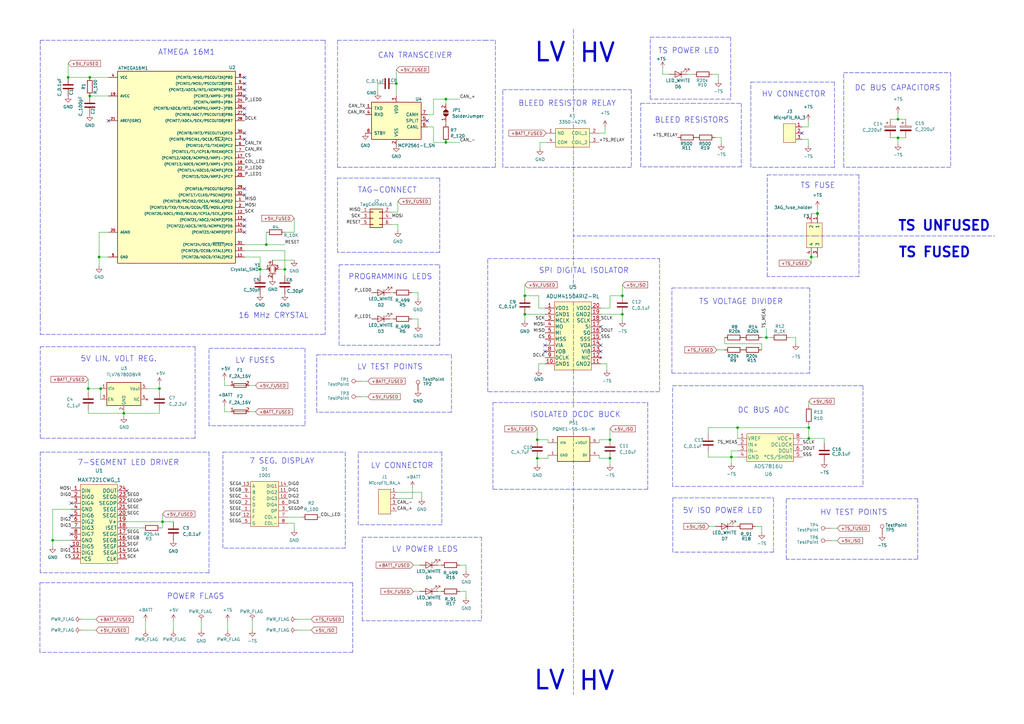
<source format=kicad_sch>
(kicad_sch (version 20211123) (generator eeschema)
  (paper "A3")
  (junction (at 331.724 175.387))
  (junction (at 368.3 48.895))
  (junction (at 40.64 105.41))
  (junction (at 368.3 56.515))
  (junction (at 182.88 58.42))
  (junction (at 255.27 121.285))
  (junction (at 50.8 169.545))
  (junction (at 182.88 40.64))
  (junction (at 335.28 87.63))
  (junction (at 36.195 159.385))
  (junction (at 27.94 31.75))
  (junction (at 255.27 128.905))
  (junction (at 215.265 128.905))
  (junction (at 215.265 121.285))
  (junction (at 162.56 34.29))
  (junction (at 250.19 187.96))
  (junction (at 36.83 39.37))
  (junction (at 66.675 213.995))
  (junction (at 21.59 221.615))
  (junction (at 314.325 138.43))
  (junction (at 220.345 180.34))
  (junction (at 106.68 110.49))
  (junction (at 116.84 110.49))
  (junction (at 65.405 159.385))
  (junction (at 250.19 180.34))
  (junction (at 332.74 105.41))
  (junction (at 302.514 175.387))
  (junction (at 36.83 31.75))
  (junction (at 331.724 179.832))
  (junction (at 220.345 187.96))
  (junction (at 299.974 187.452))
  (junction (at 41.275 159.385))
  (junction (at 109.22 100.33))
  (junction (at 335.28 87.503))
  (no_connect (at 100.33 46.99))
  (no_connect (at 100.33 90.17))
  (no_connect (at 246.38 133.985))
  (no_connect (at 29.21 219.075))
  (no_connect (at 175.26 49.53))
  (no_connect (at 223.52 141.605))
  (no_connect (at 100.33 80.01))
  (no_connect (at 100.33 36.83))
  (no_connect (at 29.21 211.455))
  (no_connect (at 100.33 95.25))
  (no_connect (at 100.33 54.61))
  (no_connect (at 100.33 92.71))
  (no_connect (at 246.38 144.145))
  (no_connect (at 100.33 77.47))
  (no_connect (at 246.38 141.605))
  (no_connect (at 328.93 54.61))
  (no_connect (at 52.07 201.295))
  (no_connect (at 100.33 31.75))
  (no_connect (at 29.21 206.375))
  (no_connect (at 100.33 44.45))
  (no_connect (at 223.52 144.145))
  (no_connect (at 100.33 34.29))
  (no_connect (at 29.21 224.155))
  (no_connect (at 100.33 57.15))
  (no_connect (at 100.33 39.37))
  (no_connect (at 44.45 49.53))
  (wire (pts (xy 40.64 105.41) (xy 40.64 95.25)))
  (polyline (pts (xy 185.166 145.542) (xy 185.166 169.037)))
  (polyline (pts (xy 322.453 204.597) (xy 354.203 204.597)))
  (polyline (pts (xy 171.069 185.42) (xy 181.229 185.42)))
  (wire (pts (xy 116.84 95.25) (xy 120.65 95.25)))
  (polyline (pts (xy 317.246 204.216) (xy 317.246 226.441)))
  (wire (pts (xy 179.705 231.775) (xy 180.975 231.775)))
  (wire (pts (xy 224.79 181.61) (xy 224.79 180.34)))
  (wire (pts (xy 245.745 187.96) (xy 250.19 187.96)))
  (polyline (pts (xy 265.684 165.1) (xy 265.684 200.66)))
  (polyline (pts (xy 299.72 15.24) (xy 299.72 40.64)))
  (polyline (pts (xy 16.51 16.51) (xy 16.51 129.54)))
  (wire (pts (xy 250.19 187.96) (xy 250.19 190.5)))
  (wire (pts (xy 368.3 48.895) (xy 371.475 48.895)))
  (wire (pts (xy 250.19 175.895) (xy 250.19 180.34)))
  (polyline (pts (xy 16.383 239.014) (xy 88.138 239.014)))
  (wire (pts (xy 245.745 181.61) (xy 245.745 180.34)))
  (polyline (pts (xy 144.653 267.589) (xy 16.383 267.589)))
  (wire (pts (xy 281.94 30.48) (xy 284.48 30.48)))
  (wire (pts (xy 36.195 160.655) (xy 36.195 159.385)))
  (wire (pts (xy 220.98 149.225) (xy 223.52 149.225)))
  (wire (pts (xy 172.085 242.57) (xy 169.545 242.57)))
  (polyline (pts (xy 80.01 179.705) (xy 16.51 179.705)))
  (polyline (pts (xy 85.725 185.42) (xy 85.725 234.95)))
  (wire (pts (xy 299.974 184.912) (xy 299.974 187.452)))
  (polyline (pts (xy 353.949 158.242) (xy 353.949 199.517)))
  (polyline (pts (xy 327.025 33.655) (xy 342.265 33.655)))
  (polyline (pts (xy 283.718 42.418) (xy 304.038 42.418)))
  (polyline (pts (xy 124.46 137.16) (xy 132.08 137.16)))
  (polyline (pts (xy 237.49 106.045) (xy 270.51 106.045)))
  (polyline (pts (xy 352.298 113.411) (xy 314.706 113.411)))
  (polyline (pts (xy 85.725 234.95) (xy 16.51 234.95)))
  (wire (pts (xy 27.94 31.75) (xy 36.83 31.75)))
  (wire (pts (xy 365.125 56.515) (xy 368.3 56.515)))
  (wire (pts (xy 191.135 242.57) (xy 191.135 245.11)))
  (wire (pts (xy 248.92 149.225) (xy 248.92 151.765)))
  (wire (pts (xy 343.408 221.742) (xy 340.868 221.742)))
  (wire (pts (xy 335.28 87.503) (xy 335.28 87.63)))
  (wire (pts (xy 175.26 52.07) (xy 177.8 52.07)))
  (polyline (pts (xy 270.51 106.045) (xy 270.51 160.655)))
  (wire (pts (xy 177.8 58.42) (xy 182.88 58.42)))
  (wire (pts (xy 103.505 254.635) (xy 103.505 258.445)))
  (wire (pts (xy 220.98 121.285) (xy 220.98 126.365)))
  (wire (pts (xy 162.814 204.47) (xy 169.164 204.47)))
  (wire (pts (xy 329.184 179.832) (xy 331.724 179.832)))
  (polyline (pts (xy 324.739 158.242) (xy 353.949 158.242)))
  (wire (pts (xy 326.39 138.43) (xy 326.39 140.97)))
  (wire (pts (xy 309.88 215.9) (xy 312.42 215.9)))
  (wire (pts (xy 171.45 120.015) (xy 171.45 122.555)))
  (wire (pts (xy 154.94 34.29) (xy 154.94 38.1)))
  (wire (pts (xy 160.655 86.995) (xy 163.195 86.995)))
  (wire (pts (xy 182.88 57.15) (xy 182.88 58.42)))
  (polyline (pts (xy 180.34 103.505) (xy 138.43 103.505)))
  (wire (pts (xy 41.275 159.385) (xy 41.275 163.83)))
  (wire (pts (xy 250.19 121.285) (xy 250.19 126.365)))
  (wire (pts (xy 224.79 186.69) (xy 224.79 187.96)))
  (wire (pts (xy 60.325 159.385) (xy 65.405 159.385)))
  (polyline (pts (xy 88.138 239.014) (xy 144.653 239.014)))
  (polyline (pts (xy 16.51 137.16) (xy 124.46 137.16)))
  (polyline (pts (xy 206.248 68.58) (xy 206.248 36.83)))
  (polyline (pts (xy 235.204 11.938) (xy 235.204 40.64)))
  (wire (pts (xy 150.876 156.337) (xy 148.336 156.337)))
  (wire (pts (xy 255.27 128.905) (xy 255.27 131.445)))
  (wire (pts (xy 343.408 216.662) (xy 340.868 216.662)))
  (polyline (pts (xy 138.43 73.025) (xy 158.115 73.025)))
  (wire (pts (xy 21.59 224.155) (xy 21.59 221.615)))
  (wire (pts (xy 220.98 126.365) (xy 223.52 126.365)))
  (polyline (pts (xy 235.204 123.825) (xy 235.204 151.765)))
  (wire (pts (xy 297.18 140.97) (xy 297.18 138.43)))
  (wire (pts (xy 368.3 56.515) (xy 368.3 59.055)))
  (wire (pts (xy 335.28 87.63) (xy 332.74 87.63)))
  (wire (pts (xy 215.265 128.905) (xy 215.265 131.445)))
  (polyline (pts (xy 275.844 199.517) (xy 275.844 158.242)))
  (polyline (pts (xy 180.34 141.605) (xy 139.065 141.605)))
  (polyline (pts (xy 266.7 15.24) (xy 278.765 15.24)))
  (wire (pts (xy 290.449 187.452) (xy 299.974 187.452)))
  (wire (pts (xy 102.235 168.91) (xy 104.775 168.91)))
  (polyline (pts (xy 181.229 215.265) (xy 146.939 215.265)))
  (polyline (pts (xy 185.166 169.037) (xy 129.921 169.037)))
  (polyline (pts (xy 160.02 108.585) (xy 180.34 108.585)))
  (wire (pts (xy 162.56 39.37) (xy 162.56 34.29)))
  (polyline (pts (xy 346.075 68.58) (xy 346.075 29.845)))
  (wire (pts (xy 312.42 140.97) (xy 297.18 140.97)))
  (polyline (pts (xy 235.204 94.488) (xy 235.204 94.234)))
  (wire (pts (xy 59.69 258.445) (xy 59.69 254.635)))
  (wire (pts (xy 182.88 58.42) (xy 188.595 58.42)))
  (wire (pts (xy 302.514 187.452) (xy 299.974 187.452)))
  (wire (pts (xy 172.085 231.775) (xy 169.545 231.775)))
  (polyline (pts (xy 266.7 40.64) (xy 266.7 15.24)))
  (wire (pts (xy 92.075 168.91) (xy 94.615 168.91)))
  (polyline (pts (xy 85.725 174.625) (xy 85.725 142.875)))
  (wire (pts (xy 245.618 54.61) (xy 248.158 54.61)))
  (polyline (pts (xy 146.939 185.42) (xy 170.434 185.42)))
  (wire (pts (xy 116.84 110.49) (xy 116.84 102.87)))
  (wire (pts (xy 52.07 216.535) (xy 58.42 216.535)))
  (polyline (pts (xy 275.971 226.441) (xy 275.971 204.216)))
  (wire (pts (xy 27.94 26.035) (xy 27.94 31.75)))
  (wire (pts (xy 331.724 175.387) (xy 331.724 179.832)))
  (wire (pts (xy 172.974 204.47) (xy 172.974 201.93)))
  (polyline (pts (xy 138.43 16.51) (xy 199.39 16.51)))
  (polyline (pts (xy 275.59 118.11) (xy 317.5 118.11)))
  (wire (pts (xy 36.195 169.545) (xy 50.8 169.545)))
  (wire (pts (xy 335.28 85.09) (xy 335.28 87.503)))
  (wire (pts (xy 102.235 158.115) (xy 104.775 158.115)))
  (wire (pts (xy 271.78 27.94) (xy 271.78 30.48)))
  (wire (pts (xy 294.64 30.48) (xy 294.64 33.02)))
  (wire (pts (xy 36.195 159.385) (xy 41.275 159.385)))
  (polyline (pts (xy 124.46 16.51) (xy 132.08 16.51)))
  (polyline (pts (xy 198.755 16.51) (xy 203.2 16.51)))
  (polyline (pts (xy 235.204 112.395) (xy 235.204 117.475)))
  (polyline (pts (xy 206.248 36.83) (xy 234.823 36.83)))
  (polyline (pts (xy 332.105 153.035) (xy 275.59 153.035)))
  (wire (pts (xy 160.655 92.075) (xy 163.195 92.075)))
  (wire (pts (xy 160.02 130.81) (xy 161.29 130.81)))
  (wire (pts (xy 188.595 242.57) (xy 191.135 242.57)))
  (polyline (pts (xy 299.72 40.64) (xy 266.7 40.64)))
  (wire (pts (xy 179.705 242.57) (xy 180.975 242.57)))
  (polyline (pts (xy 235.204 55.626) (xy 235.204 57.404)))
  (wire (pts (xy 66.675 213.995) (xy 71.12 213.995)))
  (wire (pts (xy 290.449 177.927) (xy 290.449 175.387)))
  (wire (pts (xy 66.04 216.535) (xy 66.675 216.535)))
  (polyline (pts (xy 80.01 142.24) (xy 80.01 179.705)))
  (wire (pts (xy 162.56 28.575) (xy 162.56 34.29)))
  (polyline (pts (xy 104.775 142.875) (xy 125.095 142.875)))
  (wire (pts (xy 246.38 128.905) (xy 255.27 128.905)))
  (polyline (pts (xy 51.435 142.24) (xy 80.01 142.24)))
  (wire (pts (xy 169.164 204.47) (xy 169.164 200.025)))
  (wire (pts (xy 168.91 130.81) (xy 171.45 130.81)))
  (polyline (pts (xy 141.605 185.42) (xy 141.605 224.79)))
  (wire (pts (xy 182.88 50.165) (xy 182.88 50.8)))
  (polyline (pts (xy 332.105 118.11) (xy 332.105 153.035)))
  (polyline (pts (xy 16.51 179.705) (xy 16.51 142.24)))
  (wire (pts (xy 312.42 138.43) (xy 314.325 138.43)))
  (polyline (pts (xy 139.065 141.605) (xy 139.065 108.585)))
  (polyline (pts (xy 235.204 48.514) (xy 235.204 49.022)))
  (polyline (pts (xy 235.204 120.015) (xy 235.204 121.285)))
  (polyline (pts (xy 199.39 68.58) (xy 138.43 68.58)))
  (wire (pts (xy 65.405 169.545) (xy 50.8 169.545)))
  (wire (pts (xy 331.47 52.07) (xy 331.47 49.53)))
  (wire (pts (xy 221.488 60.96) (xy 221.488 58.42)))
  (polyline (pts (xy 132.08 137.16) (xy 133.35 137.16)))
  (polyline (pts (xy 352.298 71.755) (xy 352.298 113.411)))
  (polyline (pts (xy 164.211 145.542) (xy 185.166 145.542)))
  (polyline (pts (xy 91.44 185.42) (xy 111.76 185.42)))
  (wire (pts (xy 331.724 164.592) (xy 331.724 166.497)))
  (wire (pts (xy 295.783 56.388) (xy 295.783 58.928)))
  (wire (pts (xy 332.74 105.41) (xy 332.74 107.95)))
  (wire (pts (xy 255.27 121.285) (xy 250.19 121.285)))
  (polyline (pts (xy 141.605 224.79) (xy 91.44 224.79)))
  (wire (pts (xy 40.64 109.22) (xy 40.64 105.41)))
  (polyline (pts (xy 307.975 33.655) (xy 327.025 33.655)))
  (polyline (pts (xy 235.204 44.323) (xy 235.204 46.609)))
  (polyline (pts (xy 258.953 36.83) (xy 258.953 68.58)))
  (polyline (pts (xy 235.204 260.858) (xy 235.204 284.988)))
  (polyline (pts (xy 300.736 204.216) (xy 317.246 204.216)))
  (polyline (pts (xy 144.653 239.014) (xy 144.653 267.589)))
  (wire (pts (xy 224.79 180.34) (xy 220.345 180.34)))
  (polyline (pts (xy 16.383 267.589) (xy 16.383 239.014)))
  (polyline (pts (xy 197.485 220.345) (xy 197.485 254.635)))
  (polyline (pts (xy 148.59 254.635) (xy 148.59 220.345)))
  (wire (pts (xy 127.635 254) (xy 121.92 254)))
  (wire (pts (xy 120.65 89.535) (xy 120.65 95.25)))
  (wire (pts (xy 116.84 110.49) (xy 116.84 113.03)))
  (wire (pts (xy 292.1 30.48) (xy 294.64 30.48)))
  (wire (pts (xy 109.22 100.33) (xy 116.84 100.33)))
  (polyline (pts (xy 337.058 71.755) (xy 352.298 71.755)))
  (polyline (pts (xy 270.51 160.655) (xy 200.025 160.655)))
  (wire (pts (xy 100.33 100.33) (xy 109.22 100.33)))
  (polyline (pts (xy 146.939 215.265) (xy 146.939 185.42)))
  (polyline (pts (xy 235.204 177.038) (xy 235.204 208.788)))
  (wire (pts (xy 302.514 175.387) (xy 302.514 179.832)))
  (wire (pts (xy 312.42 143.51) (xy 312.42 140.97)))
  (wire (pts (xy 109.22 100.33) (xy 109.22 95.25)))
  (wire (pts (xy 52.07 213.995) (xy 66.675 213.995)))
  (polyline (pts (xy 132.08 16.51) (xy 133.35 16.51)))
  (wire (pts (xy 177.8 40.64) (xy 177.8 46.99)))
  (wire (pts (xy 40.64 95.25) (xy 44.45 95.25)))
  (wire (pts (xy 118.11 214.63) (xy 120.65 214.63)))
  (wire (pts (xy 331.724 174.117) (xy 331.724 175.387)))
  (wire (pts (xy 290.449 175.387) (xy 302.514 175.387)))
  (polyline (pts (xy 240.284 165.1) (xy 265.684 165.1)))
  (polyline (pts (xy 181.229 185.42) (xy 181.229 215.265)))
  (polyline (pts (xy 279.4 15.24) (xy 299.72 15.24)))
  (wire (pts (xy 92.075 155.575) (xy 92.075 158.115)))
  (polyline (pts (xy 353.949 199.517) (xy 275.844 199.517)))
  (wire (pts (xy 328.93 52.07) (xy 331.47 52.07)))
  (wire (pts (xy 36.195 169.545) (xy 36.195 168.275)))
  (polyline (pts (xy 275.971 204.216) (xy 300.736 204.216)))
  (polyline (pts (xy 16.51 234.95) (xy 16.51 185.42)))
  (wire (pts (xy 215.265 128.905) (xy 223.52 128.905)))
  (wire (pts (xy 127.635 258.445) (xy 121.92 258.445)))
  (wire (pts (xy 365.125 48.895) (xy 368.3 48.895)))
  (polyline (pts (xy 85.725 142.875) (xy 105.41 142.875)))
  (polyline (pts (xy 53.34 185.42) (xy 85.725 185.42)))
  (polyline (pts (xy 138.43 68.58) (xy 138.43 16.51)))
  (polyline (pts (xy 16.51 16.51) (xy 124.46 16.51)))
  (polyline (pts (xy 180.34 108.585) (xy 180.34 141.605)))
  (wire (pts (xy 94.615 158.115) (xy 92.075 158.115)))
  (wire (pts (xy 100.33 102.87) (xy 116.84 102.87)))
  (wire (pts (xy 191.135 231.775) (xy 191.135 234.315)))
  (wire (pts (xy 175.26 46.99) (xy 177.8 46.99)))
  (polyline (pts (xy 334.264 96.774) (xy 235.204 96.774)))
  (wire (pts (xy 171.45 130.81) (xy 171.45 133.35)))
  (wire (pts (xy 245.745 186.69) (xy 245.745 187.96)))
  (wire (pts (xy 100.33 105.41) (xy 106.68 105.41)))
  (wire (pts (xy 302.514 175.387) (xy 331.724 175.387)))
  (wire (pts (xy 368.3 46.355) (xy 368.3 48.895)))
  (polyline (pts (xy 235.204 51.054) (xy 235.204 53.594)))
  (wire (pts (xy 293.37 215.9) (xy 290.83 215.9)))
  (polyline (pts (xy 346.075 29.845) (xy 369.57 29.845)))
  (wire (pts (xy 21.59 208.915) (xy 21.59 221.615)))
  (wire (pts (xy 150.876 162.687) (xy 148.336 162.687)))
  (polyline (pts (xy 342.265 33.655) (xy 342.265 68.58)))
  (wire (pts (xy 331.47 57.15) (xy 331.47 59.69)))
  (polyline (pts (xy 314.706 113.411) (xy 314.706 71.755)))
  (polyline (pts (xy 133.35 16.51) (xy 133.35 24.13)))
  (wire (pts (xy 338.074 179.832) (xy 338.074 181.737)))
  (wire (pts (xy 255.27 116.84) (xy 255.27 121.285)))
  (wire (pts (xy 221.488 58.42) (xy 224.028 58.42)))
  (polyline (pts (xy 16.51 185.42) (xy 53.34 185.42)))
  (wire (pts (xy 40.64 105.41) (xy 44.45 105.41)))
  (polyline (pts (xy 203.2 68.58) (xy 198.755 68.58)))
  (wire (pts (xy 106.68 113.03) (xy 106.68 110.49)))
  (polyline (pts (xy 200.025 160.655) (xy 200.025 106.045)))
  (wire (pts (xy 118.11 212.09) (xy 123.825 212.09)))
  (wire (pts (xy 299.974 187.452) (xy 299.974 189.992)))
  (polyline (pts (xy 376.428 229.362) (xy 322.453 229.362)))
  (wire (pts (xy 36.83 39.37) (xy 44.45 39.37)))
  (wire (pts (xy 335.28 105.41) (xy 332.74 105.41)))
  (wire (pts (xy 188.595 231.775) (xy 191.135 231.775)))
  (wire (pts (xy 36.83 31.75) (xy 44.45 31.75)))
  (wire (pts (xy 65.405 159.385) (xy 65.405 160.655)))
  (polyline (pts (xy 235.204 66.04) (xy 235.204 108.966)))
  (wire (pts (xy 312.42 215.9) (xy 312.42 218.44)))
  (polyline (pts (xy 235.204 171.45) (xy 235.204 172.72)))
  (polyline (pts (xy 139.065 108.585) (xy 160.655 108.585)))
  (wire (pts (xy 172.974 201.93) (xy 162.814 201.93)))
  (wire (pts (xy 93.345 258.445) (xy 93.345 254.635)))
  (wire (pts (xy 36.195 155.575) (xy 36.195 159.385)))
  (polyline (pts (xy 91.44 224.79) (xy 91.44 185.42)))
  (polyline (pts (xy 304.038 42.418) (xy 304.038 68.453)))
  (polyline (pts (xy 234.823 36.83) (xy 258.953 36.83)))
  (polyline (pts (xy 180.34 73.025) (xy 180.34 103.505)))
  (polyline (pts (xy 258.953 68.58) (xy 206.248 68.58)))
  (wire (pts (xy 66.675 210.82) (xy 66.675 213.995)))
  (polyline (pts (xy 235.204 59.436) (xy 235.204 66.04)))
  (wire (pts (xy 82.55 254.635) (xy 82.55 258.445)))
  (wire (pts (xy 182.88 40.64) (xy 188.595 40.64)))
  (wire (pts (xy 215.265 121.285) (xy 220.98 121.285)))
  (polyline (pts (xy 314.706 71.755) (xy 337.058 71.755)))
  (polyline (pts (xy 125.095 174.625) (xy 85.725 174.625)))
  (wire (pts (xy 220.98 151.765) (xy 220.98 149.225)))
  (wire (pts (xy 215.265 116.84) (xy 215.265 121.285)))
  (polyline (pts (xy 275.59 153.035) (xy 275.59 118.11)))
  (wire (pts (xy 71.12 258.445) (xy 71.12 254.635)))
  (wire (pts (xy 177.8 40.64) (xy 182.88 40.64)))
  (polyline (pts (xy 202.184 165.1) (xy 240.284 165.1)))
  (polyline (pts (xy 307.975 68.58) (xy 307.975 33.655)))
  (polyline (pts (xy 265.684 200.66) (xy 202.184 200.66)))
  (wire (pts (xy 50.8 168.91) (xy 50.8 169.545)))
  (polyline (pts (xy 235.204 225.806) (xy 235.204 260.858)))
  (wire (pts (xy 114.3 110.49) (xy 116.84 110.49)))
  (polyline (pts (xy 129.921 169.037) (xy 129.921 145.542)))
  (polyline (pts (xy 389.89 68.58) (xy 346.075 68.58)))
  (wire (pts (xy 163.195 82.55) (xy 163.195 86.995)))
  (polyline (pts (xy 148.59 220.345) (xy 171.45 220.345)))
  (wire (pts (xy 314.325 138.43) (xy 314.325 134.62)))
  (polyline (pts (xy 235.204 43.561) (xy 235.204 44.831)))
  (wire (pts (xy 331.724 179.832) (xy 338.074 179.832)))
  (wire (pts (xy 160.02 120.015) (xy 161.29 120.015)))
  (polyline (pts (xy 262.763 68.453) (xy 262.763 42.418)))
  (wire (pts (xy 111.76 106.68) (xy 120.65 106.68)))
  (polyline (pts (xy 171.45 220.345) (xy 197.485 220.345)))
  (wire (pts (xy 368.3 56.515) (xy 371.475 56.515)))
  (polyline (pts (xy 368.935 29.845) (xy 389.89 29.845)))
  (wire (pts (xy 120.65 214.63) (xy 120.65 217.17)))
  (polyline (pts (xy 262.763 42.418) (xy 283.718 42.418)))
  (polyline (pts (xy 138.43 103.505) (xy 138.43 73.025)))
  (wire (pts (xy 290.449 185.547) (xy 290.449 187.452)))
  (polyline (pts (xy 389.89 29.845) (xy 389.89 68.58)))
  (wire (pts (xy 300.99 215.9) (xy 302.26 215.9)))
  (polyline (pts (xy 322.453 229.362) (xy 322.453 204.597)))
  (wire (pts (xy 182.88 40.64) (xy 182.88 42.545)))
  (wire (pts (xy 271.78 30.48) (xy 274.32 30.48)))
  (wire (pts (xy 293.243 56.388) (xy 295.783 56.388)))
  (wire (pts (xy 21.59 221.615) (xy 29.21 221.615)))
  (wire (pts (xy 66.675 216.535) (xy 66.675 213.995)))
  (polyline (pts (xy 334.264 96.774) (xy 407.924 96.774)))
  (polyline (pts (xy 376.428 204.597) (xy 376.428 229.362)))
  (polyline (pts (xy 200.025 106.045) (xy 237.49 106.045)))
  (polyline (pts (xy 235.204 151.765) (xy 235.204 167.64)))
  (polyline (pts (xy 275.844 158.242) (xy 324.739 158.242)))
  (wire (pts (xy 323.85 138.43) (xy 326.39 138.43)))
  (wire (pts (xy 39.37 254) (xy 33.655 254)))
  (polyline (pts (xy 202.184 200.66) (xy 202.184 165.1)))
  (wire (pts (xy 39.37 258.445) (xy 33.655 258.445)))
  (polyline (pts (xy 129.921 145.542) (xy 164.211 145.542)))
  (wire (pts (xy 328.93 57.15) (xy 331.47 57.15)))
  (polyline (pts (xy 304.038 68.453) (xy 262.763 68.453)))
  (wire (pts (xy 248.158 52.07) (xy 248.158 54.61)))
  (wire (pts (xy 92.075 166.37) (xy 92.075 168.91)))
  (wire (pts (xy 246.38 149.225) (xy 248.92 149.225)))
  (wire (pts (xy 106.68 110.49) (xy 106.68 105.41)))
  (polyline (pts (xy 16.51 129.54) (xy 16.51 137.16)))
  (wire (pts (xy 168.91 120.015) (xy 171.45 120.015)))
  (wire (pts (xy 245.745 180.34) (xy 250.19 180.34)))
  (wire (pts (xy 65.405 168.275) (xy 65.405 169.545)))
  (wire (pts (xy 106.68 110.49) (xy 109.22 110.49)))
  (wire (pts (xy 177.8 52.07) (xy 177.8 58.42)))
  (wire (pts (xy 50.8 169.545) (xy 50.8 170.815)))
  (wire (pts (xy 220.345 175.895) (xy 220.345 180.34)))
  (polyline (pts (xy 158.115 73.025) (xy 180.34 73.025)))
  (polyline (pts (xy 16.51 142.24) (xy 51.435 142.24)))
  (polyline (pts (xy 203.2 16.51) (xy 203.2 68.58)))
  (wire (pts (xy 246.38 126.365) (xy 250.19 126.365)))
  (wire (pts (xy 29.21 208.915) (xy 21.59 208.915)))
  (polyline (pts (xy 111.76 185.42) (xy 141.605 185.42)))
  (wire (pts (xy 163.195 92.075) (xy 163.195 94.615)))
  (wire (pts (xy 220.345 187.96) (xy 220.345 190.5)))
  (polyline (pts (xy 354.203 204.597) (xy 376.428 204.597)))
  (polyline (pts (xy 133.35 24.13) (xy 133.35 137.16)))
  (polyline (pts (xy 316.865 118.11) (xy 332.105 118.11)))
  (wire (pts (xy 314.325 138.43) (xy 316.23 138.43)))
  (wire (pts (xy 224.79 187.96) (xy 220.345 187.96)))
  (polyline (pts (xy 342.265 68.58) (xy 307.975 68.58)))
  (polyline (pts (xy 317.246 226.441) (xy 275.971 226.441)))
  (polyline (pts (xy 125.095 142.875) (xy 125.095 174.625)))
  (polyline (pts (xy 235.204 208.026) (xy 235.204 225.806)))
  (wire (pts (xy 65.405 157.48) (xy 65.405 159.385)))
  (polyline (pts (xy 197.485 254.635) (xy 148.59 254.635)))
  (wire (pts (xy 294.005 143.51) (xy 297.18 143.51)))
  (wire (pts (xy 302.514 184.912) (xy 299.974 184.912)))
  (text "PROGRAMMING LEDS" (at 142.875 114.935 0) (effects (font (size 2.2606 2.2606)) (justify left bottom)))
  (text "POWER FLAGS" (at 68.453 245.999 0) (effects (font (size 2.2606 2.2606)) (justify left bottom)))
  (text "HV" (at 237.236 26.162 0) (effects (font (size 7.5 7.5) (thickness 1) bold) (justify left bottom)))
  (text "LV CONNECTOR" (at 152.019 192.405 0) (effects (font (size 2.2606 2.2606)) (justify left bottom)))
  (text "LV" (at 218.694 25.908 0) (effects (font (size 7.5 7.5) (thickness 1) bold) (justify left bottom)))
  (text "SPI DIGITAL ISOLATOR" (at 220.98 112.395 0) (effects (font (size 2.2606 2.2606)) (justify left bottom)))
  (text "TAG-CONNECT" (at 146.685 79.375 0) (effects (font (size 2.2606 2.2606)) (justify left bottom)))
  (text "BLEED RESISTORS" (at 268.478 50.673 0) (effects (font (size 2.2606 2.2606)) (justify left bottom)))
  (text "HV TEST POINTS" (at 336.423 211.582 0) (effects (font (size 2.2606 2.2606)) (justify left bottom)))
  (text "LV POWER LEDS" (at 160.655 226.695 0) (effects (font (size 2.2606 2.2606)) (justify left bottom)))
  (text "HV" (at 236.982 283.718 0) (effects (font (size 7.5 7.5) (thickness 1) bold) (justify left bottom)))
  (text "7 SEG. DISPLAY" (at 102.235 190.5 0) (effects (font (size 2.2606 2.2606)) (justify left bottom)))
  (text "TS UNFUSED" (at 368.046 94.996 0) (effects (font (size 4 4) (thickness 0.8) bold) (justify left bottom)))
  (text "5V ISO POWER LED" (at 280.035 210.82 0) (effects (font (size 2.2606 2.2606)) (justify left bottom)))
  (text "TS VOLTAGE DIVIDER" (at 286.639 125.095 0) (effects (font (size 2.2606 2.2606)) (justify left bottom)))
  (text "TS FUSED" (at 368.3 105.918 0) (effects (font (size 4 4) (thickness 0.8) bold) (justify left bottom)))
  (text "BLEED RESISTOR RELAY" (at 212.598 43.815 0) (effects (font (size 2.2606 2.2606)) (justify left bottom)))
  (text "16 MHz CRYSTAL\n" (at 97.79 130.81 0) (effects (font (size 2.2606 2.2606)) (justify left bottom)))
  (text "ATMEGA 16M1\n" (at 64.77 22.86 0) (effects (font (size 2.2606 2.2606)) (justify left bottom)))
  (text "5V LIN. VOLT REG." (at 33.02 148.59 0) (effects (font (size 2.2606 2.2606)) (justify left bottom)))
  (text "CAN TRANSCEIVER\n" (at 154.94 24.13 0) (effects (font (size 2.2606 2.2606)) (justify left bottom)))
  (text "TS POWER LED" (at 269.875 22.225 0) (effects (font (size 2.2606 2.2606)) (justify left bottom)))
  (text "ISOLATED DCDC BUCK" (at 217.424 171.45 0) (effects (font (size 2.2606 2.2606)) (justify left bottom)))
  (text "LV TEST POINTS" (at 146.431 151.892 0) (effects (font (size 2.2606 2.2606)) (justify left bottom)))
  (text "DC BUS CAPACITORS" (at 350.52 37.465 0) (effects (font (size 2.2606 2.2606)) (justify left bottom)))
  (text "TS FUSE\n" (at 328.295 77.47 0) (effects (font (size 2.2606 2.2606)) (justify left bottom)))
  (text "DC BUS ADC" (at 302.514 169.672 0) (effects (font (size 2.2606 2.2606)) (justify left bottom)))
  (text "7-SEGMENT LED DRIVER" (at 31.75 191.135 0) (effects (font (size 2.2606 2.2606)) (justify left bottom)))
  (text "LV FUSES" (at 96.52 149.225 0) (effects (font (size 2.2606 2.2606)) (justify left bottom)))
  (text "HV CONNECTOR" (at 312.42 40.005 0) (effects (font (size 2.2606 2.2606)) (justify left bottom)))
  (text "LV" (at 218.44 283.464 0) (effects (font (size 7.5 7.5) (thickness 1) bold) (justify left bottom)))
  (label "DIG1" (at 29.21 226.695 180))
  (label "CAN_+" (at 188.595 40.64 0))
  (label "SCK" (at 52.07 229.235 0))
  (label "P_LED0" (at 100.33 41.91 0))
  (label "SCK" (at 100.33 87.63 0))
  (label "SEGDP" (at 118.11 209.55 0))
  (label "DIG1" (at 118.11 201.93 0))
  (label "P_LED0" (at 100.33 69.85 0))
  (label "SCLK" (at 329.184 182.372 0))
  (label "MOSI" (at 223.52 133.985 180))
  (label "DCLK" (at 100.33 49.53 0))
  (label "+TS_RELAY" (at 278.003 56.388 180))
  (label "SEGA" (at 99.06 199.39 180))
  (label "SEGA" (at 52.07 226.695 0))
  (label "CS" (at 29.21 229.235 180))
  (label "SEGE" (at 99.06 209.55 180))
  (label "SSS" (at 329.184 187.452 0))
  (label "COL_LED" (at 100.33 67.31 0))
  (label "DOUT" (at 246.38 136.525 0))
  (label "MOSI" (at 100.33 85.09 0))
  (label "SEGC" (at 52.07 211.455 0))
  (label "SEGB" (at 52.07 221.615 0))
  (label "CAN_-" (at 162.814 207.01 0))
  (label "P_LED1" (at 152.4 130.81 180))
  (label "SEGG" (at 99.06 214.63 180))
  (label "SEGF" (at 99.06 212.09 180))
  (label "DIG0" (at 29.21 203.835 180))
  (label "SEGG" (at 52.07 219.075 0))
  (label "MOSI" (at 29.21 201.295 180))
  (label "CS" (at 223.52 139.065 180))
  (label "P_LED0" (at 152.4 120.015 180))
  (label "CAN_TX" (at 149.86 44.45 180))
  (label "RESET" (at 147.955 92.075 180))
  (label "P_LED1" (at 100.33 72.39 0))
  (label "SEGC" (at 99.06 204.47 180))
  (label "CAN_+" (at 162.814 209.55 0))
  (label "CAN_TX" (at 100.33 59.69 0))
  (label "CAN_RX" (at 149.86 46.99 180))
  (label "DIG3" (at 29.21 216.535 180))
  (label "SCLK" (at 246.38 131.445 0))
  (label "CAN_-" (at 188.595 58.42 0))
  (label "SEGD" (at 52.07 203.835 0))
  (label "DCLK" (at 223.52 146.685 180))
  (label "MOSI" (at 160.655 89.535 0))
  (label "MISO" (at 223.52 136.525 180))
  (label "MISO" (at 147.955 86.995 180))
  (label "TS_MEAS" (at 302.514 182.372 180))
  (label "SEGD" (at 99.06 207.01 180))
  (label "CS" (at 100.33 64.77 0))
  (label "COL_LED" (at 131.445 212.09 0))
  (label "DOUT" (at 329.184 184.912 0))
  (label "CAN_RX" (at 100.33 62.23 0))
  (label "SEGE" (at 52.07 208.915 0))
  (label "DIG3" (at 118.11 207.01 0))
  (label "MISO" (at 100.33 82.55 0))
  (label "SEGDP" (at 52.07 206.375 0))
  (label "DIG0" (at 118.11 199.39 0))
  (label "SSS" (at 246.38 139.065 0))
  (label "TS_MEAS" (at 314.325 134.62 90))
  (label "+TS_RELAY" (at 245.618 58.42 0))
  (label "SEGB" (at 99.06 201.93 180))
  (label "RESET" (at 116.84 100.33 0))
  (label "SEGF" (at 52.07 224.155 0))
  (label "DIG2" (at 29.21 213.995 180))
  (label "SCK" (at 147.955 89.535 180))
  (label "SCK" (at 223.52 131.445 180))
  (label "DIG2" (at 118.11 204.47 0))
  (global_label "+BATT_FUSED" (shape input) (at 169.545 231.775 180) (property "Intersheet References" "${INTERSHEET_REFS}" (effects hide)))
  (global_label "+BATT_FUSED" (shape input) (at 150.876 156.337 0) (property "Intersheet References" "${INTERSHEET_REFS}" (effects hide)))
  (global_label "+TS_FUSED" (shape input) (at 127.635 254 0) (property "Intersheet References" "${INTERSHEET_REFS}" (effects hide)))
  (global_label "+5V_FUSED" (shape input) (at 39.37 258.445 0) (property "Intersheet References" "${INTERSHEET_REFS}" (effects hide)))
  (global_label "+BATT_FUSED" (shape input) (at 224.028 54.61 180) (property "Intersheet References" "${INTERSHEET_REFS}" (effects hide)))
  (global_label "+5V_FUSED" (shape input) (at 66.675 210.82 0) (property "Intersheet References" "${INTERSHEET_REFS}" (effects hide)))
  (global_label "+5V_ISO" (shape input) (at 255.27 116.84 0) (property "Intersheet References" "${INTERSHEET_REFS}" (effects hide)))
  (global_label "+5V_FUSED" (shape input) (at 27.94 26.035 0) (property "Intersheet References" "${INTERSHEET_REFS}" (effects hide)))
  (global_label "+5V_FUSED" (shape input) (at 169.545 242.57 180) (property "Intersheet References" "${INTERSHEET_REFS}" (effects hide)))
  (global_label "+5V_ISO" (shape input) (at 290.83 215.9 180) (property "Intersheet References" "${INTERSHEET_REFS}" (effects hide)))
  (global_label "+5V_FUSED" (shape input) (at 150.876 162.687 0) (property "Intersheet References" "${INTERSHEET_REFS}" (effects hide)))
  (global_label "+5V_FUSED" (shape input) (at 162.56 28.575 0) (property "Intersheet References" "${INTERSHEET_REFS}" (effects hide)))
  (global_label "+5V_FUSED" (shape input) (at 104.775 158.115 0) (property "Intersheet References" "${INTERSHEET_REFS}" (effects hide)))
  (global_label "+BATT_FUSED" (shape input) (at 104.775 168.91 0) (property "Intersheet References" "${INTERSHEET_REFS}" (effects hide)))
  (global_label "+BATT_FUSED" (shape input) (at 36.195 155.575 180) (property "Intersheet References" "${INTERSHEET_REFS}" (effects hide)))
  (global_label "+TS_FUSED" (shape input) (at 332.74 107.95 180) (property "Intersheet References" "${INTERSHEET_REFS}" (effects hide)))
  (global_label "+5V_ISO" (shape input) (at 250.19 175.895 0) (property "Intersheet References" "${INTERSHEET_REFS}" (effects hide)))
  (global_label "+TS_FUSED" (shape input) (at 294.005 143.51 180) (property "Intersheet References" "${INTERSHEET_REFS}" (effects hide)))
  (global_label "+TS_FUSED" (shape input) (at 343.408 216.662 0) (property "Intersheet References" "${INTERSHEET_REFS}" (effects hide)))
  (global_label "+5V_FUSED" (shape input) (at 215.265 116.84 0) (property "Intersheet References" "${INTERSHEET_REFS}" (effects hide)))
  (global_label "+5V_ISO" (shape input) (at 343.408 221.742 0) (property "Intersheet References" "${INTERSHEET_REFS}" (effects hide)))
  (global_label "+5V_ISO" (shape input) (at 331.724 164.592 0) (property "Intersheet References" "${INTERSHEET_REFS}" (effects hide)))
  (global_label "+5V_FUSED" (shape input) (at 220.345 175.895 180) (property "Intersheet References" "${INTERSHEET_REFS}" (effects hide)))
  (global_label "+5V_FUSED" (shape input) (at 120.65 89.535 180) (property "Intersheet References" "${INTERSHEET_REFS}" (effects hide)))
  (global_label "+BATT_FUSED" (shape input) (at 39.37 254 0) (property "Intersheet References" "${INTERSHEET_REFS}" (effects hide)))
  (global_label "+5V_ISO" (shape input) (at 127.635 258.445 0) (property "Intersheet References" "${INTERSHEET_REFS}" (effects hide)))
  (global_label "+5V_FUSED" (shape input) (at 163.195 82.55 0) (property "Intersheet References" "${INTERSHEET_REFS}" (effects hide)))
  (symbol (lib_id "power:PWR_FLAG") (at 121.92 254 90) (unit 1)
    (property "Reference" "#FLG?" (effects hide))
    (property "Value" "PWR_FLAG" (at 118.745 253.9999 90) (effects (justify left)))
  )
  (symbol (lib_id "Connector:TestPoint") (at 340.868 221.742 90) (unit 1)
    (property "Reference" "TP6" (at 335.788 220.472 90) (effects (justify left)))
    (property "Value" "TestPoint" (at 335.788 222.377 90) (effects (justify left)))
    (property "Footprint" "footprints:TestPoint_Pad_D1mm" (effects hide))
  )
  (symbol (lib_id "Device:R") (at 62.23 216.535 270) (unit 1)
    (property "Reference" "R3" (at 60.96 220.98 90))
    (property "Value" "R25.4k" (at 62.23 219.075 90))
    (property "Footprint" "footprints:R_0603_1608Metric" (effects hide))
  )
  (symbol (lib_id "formula:R_200") (at 165.1 130.81 270) (unit 1)
    (property "Reference" "R6" (at 165.1 135.89 90))
    (property "Value" "R_499" (at 165.1 133.985 90))
    (property "Footprint" "footprints:R_0805_OEM" (effects hide))
    (property "Datasheet" "https://www.seielect.com/Catalog/SEI-RMCF_RMCP.pdf" (effects hide))
    (property "MFN" "DK" (effects hide))
    (property "MPN" "RMCF0805JT200RCT-ND" (effects hide))
    (property "PurchasingLink" "https://www.digikey.com/products/en?keywords=RMCF0805JT200RCT-ND" (effects hide))
  )
  (symbol (lib_id "formula:C_0.1uF") (at 215.265 125.095 0) (unit 1)
    (property "Reference" "C9" (at 208.915 123.825 0) (effects (justify left)))
    (property "Value" "C_0.1uF" (at 204.47 125.73 0) (effects (justify left)))
    (property "Footprint" "footprints:C_0805_OEM" (effects hide))
    (property "Datasheet" "http://datasheets.avx.com/X7RDielectric.pdf" (effects hide))
    (property "MFN" "DK" (effects hide))
    (property "MPN" "478-3352-1-ND" (effects hide))
    (property "PurchasingLink" "https://www.digikey.com/products/en?keywords=478-3352-1-ND" (effects hide))
  )
  (symbol (lib_id "formula:-TS") (at 295.783 58.928 0) (unit 1)
    (property "Reference" "#PWR?" (effects hide))
    (property "Value" "-TS" (at 295.783 63.373 0))
  )
  (symbol (lib_id "power:PWR_FLAG") (at 33.655 258.445 90) (unit 1)
    (property "Reference" "#FLG?" (effects hide))
    (property "Value" "PWR_FLAG" (at 30.48 258.4449 90) (effects (justify left)))
  )
  (symbol (lib_id "formula:C_1uF") (at 36.195 165.735 0) (unit 1)
    (property "Reference" "C4" (at 27.305 163.83 0) (effects (justify left)))
    (property "Value" "C_1uF" (at 27.305 166.37 0) (effects (justify left)))
    (property "Footprint" "footprints:C_0805_OEM" (effects hide))
    (property "Datasheet" "https://media.digikey.com/pdf/Data%20Sheets/Samsung%20PDFs/CL21B105KBFNNNG_Spec.pdf" (effects hide))
    (property "PurchasingLink" "https://www.digikey.com/en/products/detail/samsung-electro-mechanics/CL21B105KBFNNNG/3894467" (effects hide))
    (property "MFN" "DK" (effects hide))
    (property "MPN" "1276-6470-1-ND" (effects hide))
  )
  (symbol (lib_id "formula:R_100") (at 127.635 212.09 90) (unit 1)
    (property "Reference" "R2" (at 127.635 206.375 90))
    (property "Value" "R_100" (at 127.635 208.915 90))
    (property "Footprint" "footprints:R_0805_OEM" (effects hide))
    (property "Datasheet" "https://www.seielect.com/Catalog/SEI-rncp.pdf" (effects hide))
    (property "MFN" "DK" (effects hide))
    (property "MPN" "RNCP0805FTD100RCT-ND" (effects hide))
    (property "PurchasingLink" "https://www.digikey.com/products/en?keywords=RNCP0805FTD100RCT-ND" (effects hide))
  )
  (symbol (lib_id "power:GND") (at 82.55 258.445 0) (unit 1)
    (property "Reference" "#PWR?" (effects hide))
    (property "Value" "GND" (at 82.55 262.89 0))
  )
  (symbol (lib_id "power:GND") (at 154.94 38.1 0) (unit 1)
    (property "Reference" "#PWR?" (effects hide))
    (property "Value" "GND" (at 152.4 38.1 0))
  )
  (symbol (lib_id "formula:R_10K") (at 113.03 95.25 270) (unit 1)
    (property "Reference" "R4" (at 113.03 93.218 90))
    (property "Value" "R_10K" (at 119.38 96.52 90))
    (property "Footprint" "footprints:R_0805_OEM" (effects hide))
    (property "Datasheet" "http://www.bourns.com/data/global/pdfs/CRS.pdf" (effects hide))
    (property "MFN" "DK" (effects hide))
    (property "MPN" "CRS0805-FX-1002ELFCT-ND" (effects hide))
    (property "PurchasingLink" "https://www.digikey.com/products/en?keywords=CRS0805-FX-1002ELFCT-ND" (effects hide))
  )
  (symbol (lib_id "Device:R") (at 281.813 56.388 270) (unit 1)
    (property "Reference" "R11" (at 281.559 60.706 90))
    (property "Value" "R500" (at 281.559 58.928 90))
    (property "Footprint" "footprints:R_2512_OEM" (effects hide))
    (property "MPN" "AP101_500R_F" (effects hide))
    (property "PurchasingLink" "https://www.digikey.com/en/products/detail/ohmite/AP101-500R-F/13909874" (effects hide))
  )
  (symbol (lib_id "power:GND") (at 171.45 160.02 0) (unit 1)
    (property "Reference" "#PWR?" (effects hide))
    (property "Value" "GND" (at 171.45 164.465 0))
  )
  (symbol (lib_id "power:GND") (at 149.86 54.61 0) (unit 1)
    (property "Reference" "#PWR?" (effects hide))
    (property "Value" "GND" (at 149.86 59.69 0))
  )
  (symbol (lib_id "formula:LED_0805") (at 175.895 231.775 180) (unit 1)
    (property "Reference" "D4" (at 175.895 236.855 0))
    (property "Value" "LED_WHITE" (at 175.895 234.315 0))
    (property "Footprint" "footprints:LED_0805_OEM" (effects hide))
    (property "Datasheet" "http://www.osram-os.com/Graphics/XPic9/00078860_0.pdf" (effects hide))
    (property "MFN" "DK" (effects hide))
    (property "MPN" "475-1410-1-ND" (effects hide))
    (property "PurchasingLink" "https://www.digikey.com/products/en?keywords=475-1410-1-ND" (effects hide))
  )
  (symbol (lib_id "power:+BATT") (at 92.075 166.37 0) (unit 1)
    (property "Reference" "#PWR?" (effects hide))
    (property "Value" "+BATT" (at 92.456 161.9758 0))
  )
  (symbol (lib_id "Device:R") (at 308.61 138.43 90) (unit 1)
    (property "Reference" "R14" (at 308.864 134.112 90))
    (property "Value" "R20k" (at 308.864 135.89 90))
    (property "Footprint" "footprints:R_0805_OEM" (effects hide))
    (property "MPN" "RA73F2A20KBTD" (effects hide))
    (property "PurchasingLink" "https://www.digikey.com/en/products/detail/te-connectivity-passive-product/RA73F2A20KBTD/16031211" (effects hide))
  )
  (symbol (lib_id "formula:-TS") (at 312.42 218.44 0) (unit 1)
    (property "Reference" "#PWR?" (effects hide))
    (property "Value" "-TS" (at 312.42 222.885 0))
  )
  (symbol (lib_id "formula:TagConnect_6") (at 153.035 89.535 0) (unit 1)
    (property "Reference" "J2" (at 154.305 82.55 0))
    (property "Value" "TagConnect_6" (at 154.305 83.82 0))
    (property "Footprint" "footprints:TC2030-IDC-NL" (effects hide))
    (property "Datasheet" "https://www.tag-connect.com/wp-content/uploads/bsk-pdf-manager/2019/12/TC2030-IDC-NL-Datasheet-Rev-B.pdf" (effects hide))
    (property "MPN" "TC2030-IDC" (effects hide))
    (property "PurchasingLink" "N/A" (effects hide))
  )
  (symbol (lib_id "formula:-TS") (at 248.92 151.765 0) (unit 1)
    (property "Reference" "#PWR?" (effects hide))
    (property "Value" "-TS" (at 248.92 156.21 0))
  )
  (symbol (lib_id "formula:LED_0805") (at 156.21 120.015 180) (unit 1)
    (property "Reference" "D2" (at 156.21 125.095 0))
    (property "Value" "LED_WHITE" (at 156.21 122.555 0))
    (property "Footprint" "footprints:LED_0805_OEM" (effects hide))
    (property "Datasheet" "http://www.osram-os.com/Graphics/XPic9/00078860_0.pdf" (effects hide))
    (property "MFN" "DK" (effects hide))
    (property "MPN" "475-1410-1-ND" (effects hide))
    (property "PurchasingLink" "https://www.digikey.com/products/en?keywords=475-1410-1-ND" (effects hide))
  )
  (symbol (lib_id "formula:C_30pF") (at 116.84 116.84 0) (unit 1)
    (property "Reference" "C6" (at 117.348 114.808 0) (effects (justify left)))
    (property "Value" "C_30pF" (at 117.602 119.38 0) (effects (justify left)))
    (property "Footprint" "footprints:C_0805_OEM" (effects hide))
    (property "Datasheet" "https://media.digikey.com/pdf/Data%20Sheets/Samsung%20PDFs/CL_Series_MLCC_ds.pdf" (effects hide))
    (property "MFN" "DK" (effects hide))
    (property "MPN" "1276-1130-1-ND" (effects hide))
    (property "PurchasingLink" "https://www.digikey.com/product-detail/en/samsung-electro-mechanics-america-inc/CL21C300JBANNNC/1276-1130-1-ND/3889216" (effects hide))
  )
  (symbol (lib_id "formula:R_1K") (at 320.04 138.43 90) (unit 1)
    (property "Reference" "R12" (at 321.818 133.858 90) (effects (justify left)))
    (property "Value" "R_1K" (at 322.326 135.89 90) (effects (justify left)))
    (property "Footprint" "footprints:R_0805_OEM" (effects hide))
    (property "Datasheet" "https://www.seielect.com/Catalog/SEI-rncp.pdf" (effects hide))
    (property "MFN" "DK" (effects hide))
    (property "MPN" "RNCP0805FTD1K00CT-ND" (effects hide))
    (property "PurchasingLink" "https://www.digikey.com/products/en?keywords=RNCP0805FTD1K00CT-ND" (effects hide))
  )
  (symbol (lib_id "formula:ADUM4150ARIZ-RL") (at 202.565 126.365 0) (unit 1)
    (property "Reference" "U5" (at 234.95 117.729 0) (effects (font (size 1.524 1.524))))
    (property "Value" "ADUM4150ARIZ-RL" (at 234.95 121.539 0) (effects (font (size 1.524 1.524))))
    (property "Footprint" "footprints:20-SOIC" (effects hide))
    (property "Datasheet" "www.analog.com/media/en/technical-documentation/data-sheets/ADuM4150.pdf" (effects hide))
    (property "Purchasin Link" "www.digikey.com/en/products/detail/analog-devices-inc/ADUM4150ARIZ-RL/5056899" (effects hide))
  )
  (symbol (lib_id "power:GND") (at 36.83 46.99 0) (unit 1)
    (property "Reference" "#PWR?" (effects hide))
    (property "Value" "GND" (at 36.83 51.435 0))
  )
  (symbol (lib_id "formula:C_30pF") (at 106.68 116.84 0) (unit 1)
    (property "Reference" "C5" (at 103.886 114.808 0) (effects (justify left)))
    (property "Value" "C_30pF" (at 99.822 118.872 0) (effects (justify left)))
    (property "Footprint" "footprints:C_0805_OEM" (effects hide))
    (property "Datasheet" "https://media.digikey.com/pdf/Data%20Sheets/Samsung%20PDFs/CL_Series_MLCC_ds.pdf" (effects hide))
    (property "MFN" "DK" (effects hide))
    (property "MPN" "1276-1130-1-ND" (effects hide))
    (property "PurchasingLink" "https://www.digikey.com/product-detail/en/samsung-electro-mechanics-america-inc/CL21C300JBANNNC/1276-1130-1-ND/3889216" (effects hide))
  )
  (symbol (lib_id "Device:R") (at 300.99 138.43 90) (unit 1)
    (property "Reference" "R8" (at 301.244 134.112 90))
    (property "Value" "R20k" (at 301.244 135.89 90))
    (property "Footprint" "footprints:R_0805_OEM" (effects hide))
    (property "MPN" "RA73F2A20KBTD" (effects hide))
    (property "PurchasingLink" "https://www.digikey.com/en/products/detail/te-connectivity-passive-product/RA73F2A20KBTD/16031211" (effects hide))
  )
  (symbol (lib_id "power:GND") (at 163.195 94.615 0) (unit 1)
    (property "Reference" "#PWR?" (effects hide))
    (property "Value" "GND" (at 163.195 99.06 0))
  )
  (symbol (lib_id "formula:C_0.1uF") (at 27.94 35.56 0) (unit 1)
    (property "Reference" "C1" (at 29.21 39.116 90) (effects (justify left)))
    (property "Value" "C_0.1uF" (at 24.384 39.624 90) (effects (justify left)))
    (property "Footprint" "footprints:C_0805_OEM" (effects hide))
    (property "Datasheet" "http://datasheets.avx.com/X7RDielectric.pdf" (effects hide))
    (property "MFN" "DK" (effects hide))
    (property "MPN" "478-3352-1-ND" (effects hide))
    (property "PurchasingLink" "https://www.digikey.com/products/en?keywords=478-3352-1-ND" (effects hide))
  )
  (symbol (lib_id "power:+5V") (at 71.12 254.635 0) (unit 1)
    (property "Reference" "#PWR?" (effects hide))
    (property "Value" "+5V" (at 71.12 250.19 0))
  )
  (symbol (lib_id "power:GND") (at 191.135 245.11 0) (unit 1)
    (property "Reference" "#PWR?" (effects hide))
    (property "Value" "GND" (at 191.262 249.5042 0))
  )
  (symbol (lib_id "power:PWR_FLAG") (at 33.655 254 90) (unit 1)
    (property "Reference" "#FLG?" (effects hide))
    (property "Value" "PWR_FLAG" (at 30.48 253.9999 90) (effects (justify left)))
  )
  (symbol (lib_id "Connector:TestPoint") (at 148.336 162.687 90) (unit 1)
    (property "Reference" "TP3" (at 143.256 161.417 90) (effects (justify left)))
    (property "Value" "TestPoint" (at 143.256 163.322 90) (effects (justify left)))
    (property "Footprint" "footprints:TestPoint_Pad_D1mm" (effects hide))
  )
  (symbol (lib_id "formula:MCP2561-E_SN") (at 162.56 49.53 0) (unit 1)
    (property "Reference" "U4" (at 171.704 40.64 0))
    (property "Value" "MCP2561-E_SN" (at 170.815 59.69 0))
    (property "Footprint" "footprints:SOIC-8_3.9x4.9mm_Pitch1.27mm_OEM" (effects hide))
    (property "Datasheet" "http://www.microchip.com/mymicrochip/filehandler.aspx?ddocname=en561044" (effects hide))
    (property "MFN" "DK" (effects hide))
    (property "MPN" "MCP2561-E/SN-ND" (effects hide))
    (property "PurchasingLink" "https://www.digikey.com/products/en?keywords=mcp2561-e%2Fsn" (effects hide))
  )
  (symbol (lib_id "power:GND") (at 120.65 217.17 0) (unit 1)
    (property "Reference" "#PWR?" (effects hide))
    (property "Value" "GND" (at 120.65 221.615 0))
  )
  (symbol (lib_id "formula:-TS") (at 361.823 219.202 0) (unit 1)
    (property "Reference" "#PWR?" (effects hide))
    (property "Value" "-TS" (at 361.823 223.647 0))
  )
  (symbol (lib_id "Device:R") (at 288.29 30.48 270) (unit 1)
    (property "Reference" "R10" (at 288.036 34.798 90))
    (property "Value" "R20k" (at 288.036 33.02 90))
    (property "Footprint" "footprints:R_2512_OEM" (effects hide))
    (property "MPN" "RS01020K00FE73" (effects hide))
    (property "PurchasingLink" "https://www.digikey.com/en/products/detail/vishay-dale/RS01020K00FE73/1166366" (effects hide))
  )
  (symbol (lib_id "formula:LED_0805") (at 175.895 242.57 180) (unit 1)
    (property "Reference" "D5" (at 175.895 247.65 0))
    (property "Value" "LED_WHITE" (at 175.895 245.11 0))
    (property "Footprint" "footprints:LED_0805_OEM" (effects hide))
    (property "Datasheet" "http://www.osram-os.com/Graphics/XPic9/00078860_0.pdf" (effects hide))
    (property "MFN" "DK" (effects hide))
    (property "MPN" "475-1410-1-ND" (effects hide))
    (property "PurchasingLink" "https://www.digikey.com/products/en?keywords=475-1410-1-ND" (effects hide))
  )
  (symbol (lib_id "formula:C_0.1uF") (at 158.75 34.29 270) (unit 1)
    (property "Reference" "C8" (at 161.544 33.02 90))
    (property "Value" "C_0.1uF" (at 153.924 33.274 90))
    (property "Footprint" "footprints:C_0805_OEM" (effects hide))
    (property "Datasheet" "http://datasheets.avx.com/X7RDielectric.pdf" (effects hide))
    (property "MFN" "DK" (effects hide))
    (property "MPN" "478-3352-1-ND" (effects hide))
    (property "PurchasingLink" "https://www.digikey.com/products/en?keywords=478-3352-1-ND" (effects hide))
  )
  (symbol (lib_id "formula:C_100pF") (at 36.83 43.18 0) (unit 1)
    (property "Reference" "C2" (at 38.1 46.99 90) (effects (justify left)))
    (property "Value" "C_100pF" (at 33.02 47.752 90) (effects (justify left)))
    (property "Footprint" "footprints:C_0805_OEM" (effects hide))
    (property "Datasheet" "https://katalog.we-online.de/pbs/datasheet/885012007057.pdf" (effects hide))
    (property "MFN" "DK" (effects hide))
    (property "MPN" "732-7852-1-ND" (effects hide))
    (property "PurchasingLink" "https://www.digikey.com/product-detail/en/wurth-electronics-inc/885012007057/732-7852-1-ND/5454479" (effects hide))
  )
  (symbol (lib_id "formula:-TS") (at 255.27 131.445 0) (unit 1)
    (property "Reference" "#PWR?" (effects hide))
    (property "Value" "-TS" (at 255.27 135.89 0))
  )
  (symbol (lib_id "power:GND") (at 220.345 190.5 0) (unit 1)
    (property "Reference" "#PWR?" (effects hide))
    (property "Value" "GND" (at 220.345 194.945 0))
  )
  (symbol (lib_id "power:PWR_FLAG") (at 121.92 258.445 90) (unit 1)
    (property "Reference" "#FLG?" (effects hide))
    (property "Value" "PWR_FLAG" (at 118.745 258.4449 90) (effects (justify left)))
  )
  (symbol (lib_id "Device:R") (at 331.724 170.307 0) (unit 1)
    (property "Reference" "R13" (at 333.629 169.0369 0) (effects (justify left)))
    (property "Value" "R10" (at 333.629 171.5769 0) (effects (justify left)))
    (property "Footprint" "footprints:R_0603_1608Metric" (effects hide))
  )
  (symbol (lib_id "power:GND") (at 116.84 120.65 0) (unit 1)
    (property "Reference" "#PWR?" (effects hide))
    (property "Value" "GND" (at 116.84 125.095 0))
  )
  (symbol (lib_id "formula:-TS") (at 331.47 59.69 0) (unit 1)
    (property "Reference" "#PWR?" (effects hide))
    (property "Value" "-TS" (at 331.47 64.135 0))
  )
  (symbol (lib_id "power:GND") (at 215.265 131.445 0) (unit 1)
    (property "Reference" "#PWR?" (effects hide))
    (property "Value" "GND" (at 215.265 135.89 0))
  )
  (symbol (lib_id "formula:Crystal_SMD") (at 111.76 110.49 0) (unit 1)
    (property "Reference" "Y1" (at 104.394 108.712 0) (effects (justify left)))
    (property "Value" "Crystal_SMD" (at 94.488 110.49 0) (effects (justify left)))
    (property "Footprint" "footprints:Crystal_SMD_FA238" (effects hide))
    (property "Datasheet" "http://www.txccorp.com/download/products/quartz_crystals/2015TXC_7M_17.pdf" (effects hide))
    (property "MFN" "DK" (effects hide))
    (property "MPN" "887-1125-1-ND" (effects hide))
    (property "PurchasingLink" "https://www.digikey.com/product-detail/en/txc-corporation/7M-16.000MAAJ-T/887-1125-1-ND/2119014" (effects hide))
  )
  (symbol (lib_id "power:GND") (at 40.64 109.22 0) (unit 1)
    (property "Reference" "#PWR?" (effects hide))
    (property "Value" "GND" (at 40.64 113.665 0))
  )
  (symbol (lib_id "power:PWR_FLAG") (at 71.12 258.445 180) (unit 1)
    (property "Reference" "#FLG?" (effects hide))
    (property "Value" "PWR_FLAG" (at 66.675 262.255 0) (effects (justify right)))
  )
  (symbol (lib_id "formula:-TS") (at 368.3 59.055 0) (unit 1)
    (property "Reference" "#PWR?" (effects hide))
    (property "Value" "-TS" (at 368.3 63.5 0))
  )
  (symbol (lib_id "formula:-TS") (at 250.19 190.5 0) (unit 1)
    (property "Reference" "#PWR?" (effects hide))
    (property "Value" "-TS" (at 250.19 194.945 0))
  )
  (symbol (lib_id "formula:3AG_fuse_holder") (at 335.28 86.36 270) (unit 1)
    (property "Reference" "F3" (at 329.438 88.646 90) (effects (justify left)))
    (property "Value" "3AG_fuse_holder" (at 317.5 85.09 90) (effects (justify left)))
    (property "Footprint" "footprints:4245" (effects hide))
    (property "Datasheet" "https://www.keyelco.com/product-pdf.cfm?p=322" (effects hide))
    (property "Description" "Hldr, Fuse; Brass; PCB Mount; 1347 in. L x 0.285 in. W; Clips; UL Listed" (effects hide))
    (property "Height" "13" (effects hide))
    (property "Manufacturer_Part_Number" "4245" (effects hide))
    (property "Digikey Part Number" "36-4245-ND" (effects hide))
    (property "PurchasingLink" "https://www.digikey.com/en/products/detail/keystone-electronics/4245/316165" (effects hide))
    (property "FuseMPN" "https://www.digikey.com/en/products/detail/bel-fuse-inc/0ADBC0200-BE/8028431" (effects hide))
    (property "FusePurchasingLink" "https://www.digikey.com/en/products/detail/bel-fuse-inc/0ADBC0200-BE/8028431" (effects hide))
  )
  (symbol (lib_id "Device:R") (at 308.61 143.51 270) (unit 1)
    (property "Reference" "R15" (at 308.356 147.828 90))
    (property "Value" "R20k" (at 308.356 146.05 90))
    (property "Footprint" "footprints:R_0805_OEM" (effects hide))
    (property "MPN" "RA73F2A20KBTD" (effects hide))
    (property "PurchasingLink" "https://www.digikey.com/en/products/detail/te-connectivity-passive-product/RA73F2A20KBTD/16031211" (effects hide))
  )
  (symbol (lib_id "Device:R") (at 300.99 143.51 270) (unit 1)
    (property "Reference" "R9" (at 300.736 147.828 90))
    (property "Value" "R20k" (at 300.736 146.05 90))
    (property "Footprint" "footprints:R_0805_OEM" (effects hide))
    (property "MPN" "RA73F2A20KBTD" (effects hide))
    (property "PurchasingLink" "https://www.digikey.com/en/products/detail/te-connectivity-passive-product/RA73F2A20KBTD/16031211" (effects hide))
  )
  (symbol (lib_id "formula:1001") (at 108.585 207.01 0) (unit 1)
    (property "Reference" "D1" (at 108.585 192.405 0))
    (property "Value" "1001" (at 108.585 194.945 0))
    (property "Footprint" "footprints:Adafruit-1001-0-0-MFG" (effects hide))
    (property "Datasheet" "https://cdn-shop.adafruit.com/datasheets/1001datasheet.pdf" (effects hide))
    (property "MPN" "1001" (effects hide))
    (property "DigikeyPN" "1528-1513-ND" (effects hide))
    (property "PurchasingLink" "https://www.digikey.com/en/products/detail/adafruit-industries-llc/1001/5774239?s=N4IgTCBcDaIIYBM4DMBOBXAlgFwAQEYAGQ-EAXQF8g" (effects hide))
  )
  (symbol (lib_id "Connector:TestPoint") (at 361.823 219.202 0) (unit 1)
    (property "Reference" "TP5" (at 366.903 217.297 0) (effects (justify right)))
    (property "Value" "TestPoint" (at 371.983 215.392 0) (effects (justify right)))
    (property "Footprint" "footprints:TestPoint_Pad_D1mm" (effects hide))
  )
  (symbol (lib_id "power:GND") (at 162.56 59.69 0) (unit 1)
    (property "Reference" "#PWR?" (effects hide))
    (property "Value" "GND" (at 162.56 64.135 0))
  )
  (symbol (lib_id "power:+5V") (at 92.075 155.575 0) (unit 1)
    (property "Reference" "#PWR?" (effects hide))
    (property "Value" "+5V" (at 92.456 151.1808 0))
  )
  (symbol (lib_id "formula:R_120_DNP") (at 182.88 54.61 0) (unit 1)
    (property "Reference" "R7" (at 184.658 53.4416 0) (effects (justify left)))
    (property "Value" "R_120" (at 184.658 55.753 0) (effects (justify left)))
    (property "Footprint" "footprints:R_0805_OEM" (effects hide))
    (property "Datasheet" "https://www.mouser.com/datasheet/2/315/AOA0000C304-1149620.pdf" (effects hide))
    (property "MFN" "DK" (effects hide))
    (property "MPN" "667-ERJ-6ENF1200V" (effects hide))
    (property "PurchasingLink" "https://www.mouser.com/ProductDetail/Panasonic-Industrial-Devices/ERJ-6ENF1200V?qs=sGAEpiMZZMvdGkrng054t8AJgcdMkx7x%252bFQnctTMUmU%3d" (effects hide))
  )
  (symbol (lib_id "power:GND") (at 21.59 224.155 0) (unit 1)
    (property "Reference" "#PWR?" (effects hide))
    (property "Value" "GND" (at 21.59 228.6 0))
  )
  (symbol (lib_id "formula:-TS") (at 326.39 140.97 0) (unit 1)
    (property "Reference" "#PWR?" (effects hide))
    (property "Value" "-TS" (at 326.39 146.304 0))
  )
  (symbol (lib_id "formula:C_0.1uF") (at 71.12 217.805 0) (unit 1)
    (property "Reference" "C3" (at 74.93 216.5349 0) (effects (justify left)))
    (property "Value" "C_0.1uF" (at 74.93 219.0749 0) (effects (justify left)))
    (property "Footprint" "footprints:C_0805_OEM" (effects hide))
    (property "Datasheet" "http://datasheets.avx.com/X7RDielectric.pdf" (effects hide))
    (property "MFN" "DK" (effects hide))
    (property "MPN" "478-3352-1-ND" (effects hide))
    (property "PurchasingLink" "https://www.digikey.com/products/en?keywords=478-3352-1-ND" (effects hide))
  )
  (symbol (lib_id "power:GND") (at 50.8 170.815 0) (unit 1)
    (property "Reference" "#PWR?" (effects hide))
    (property "Value" "GND" (at 50.927 175.2092 0))
  )
  (symbol (lib_id "power:GND") (at 221.488 60.96 0) (unit 1)
    (property "Reference" "#PWR?" (effects hide))
    (property "Value" "GND" (at 221.488 65.405 0))
  )
  (symbol (lib_id "power:GND") (at 171.45 122.555 0) (unit 1)
    (property "Reference" "#PWR?" (effects hide))
    (property "Value" "GND" (at 171.45 127 0))
  )
  (symbol (lib_id "power:+BATT") (at 169.164 200.025 0) (unit 1)
    (property "Reference" "#PWR?" (effects hide))
    (property "Value" "+BATT" (at 169.545 195.6308 0))
  )
  (symbol (lib_id "power:GND") (at 71.12 221.615 0) (unit 1)
    (property "Reference" "#PWR?" (effects hide))
    (property "Value" "GND" (at 71.12 226.06 0))
  )
  (symbol (lib_id "Jumper:SolderJumper_2_Open") (at 182.88 46.355 90) (unit 1)
    (property "Reference" "JP1" (at 185.42 45.0849 90) (effects (justify right)))
    (property "Value" "SolderJumper" (at 185.42 47.6249 90) (effects (justify right)))
    (property "Footprint" "footprints:SolderJumper-2_Open_Hooks0.8x1.8mm" (effects hide))
  )
  (symbol (lib_id "Connector:TestPoint") (at 171.45 160.02 0) (unit 1)
    (property "Reference" "TP2" (at 177.165 157.48 0) (effects (justify right)))
    (property "Value" "TestPoint" (at 182.245 155.575 0) (effects (justify right)))
    (property "Footprint" "footprints:TestPoint_Pad_D1mm" (effects hide))
  )
  (symbol (lib_id "power:PWR_FLAG") (at 93.345 258.445 180) (unit 1)
    (property "Reference" "#FLG?" (effects hide))
    (property "Value" "PWR_FLAG" (at 88.9 262.255 0) (effects (justify right)))
  )
  (symbol (lib_id "formula:TLV76780DBVR") (at 50.8 160.02 0) (unit 1)
    (property "Reference" "U3" (at 50.8 151.13 0))
    (property "Value" "TLV76780DBVR" (at 50.8 153.67 0))
    (property "Footprint" "footprints:SOT-23-5" (effects hide))
    (property "Datasheet" "https://www.ti.com/lit/ds/symlink/tlv767.pdf" (effects hide))
    (property "MFN" "TI" (effects hide))
    (property "MPN" "TLV76780DBVR" (effects hide))
    (property "PurchasingLink" "https://www.digikey.com/en/product/detail/texas-instruments/TLV76780DBVR/15212773" (effects hide))
  )
  (symbol (lib_id "Device:C_Polarized") (at 371.475 52.705 0) (unit 1)
    (property "Reference" "C15" (at 375.285 50.5459 0) (effects (justify left)))
    (property "Value" "C_220uF" (at 375.285 53.0859 0) (effects (justify left)))
    (property "Footprint" "footprints:LLS2W221MELB" (effects hide))
    (property "PurchasingLink" "https://www.digikey.com/en/products/detail/nichicon/LLS2W221MELB/1004272" (effects hide))
  )
  (symbol (lib_id "power:GND") (at 27.94 39.37 0) (unit 1)
    (property "Reference" "#PWR?" (effects hide))
    (property "Value" "GND" (at 27.94 43.815 0))
  )
  (symbol (lib_id "formula:-TS") (at 338.074 189.357 0) (unit 1)
    (property "Reference" "#PWR?" (effects hide))
    (property "Value" "-TS" (at 338.074 193.802 0))
  )
  (symbol (lib_id "formula:ATMEGA16M1") (at 72.39 74.93 0) (unit 1)
    (property "Reference" "U2" (at 95.25 27.686 0))
    (property "Value" "ATMEGA16M1" (at 54.61 27.94 0))
    (property "Footprint" "footprints:TQFP-32_7x7mm_Pitch0.8mm" (effects hide))
    (property "Datasheet" "http://ww1.microchip.com/downloads/en/DeviceDoc/Atmel-8209-8-bit%20AVR%20ATmega16M1-32M1-64M1_Datasheet.pdf" (effects hide))
    (property "MFN" "DK" (effects hide))
    (property "MPN" "ATMEGA16M1-AU-ND" (effects hide))
    (property "PurchasingLink" "https://www.digikey.com/product-detail/en/atmel/ATMEGA16M1-AU/ATMEGA16M1-AU-ND/2271208" (effects hide))
  )
  (symbol (lib_id "formula:+TS") (at 335.28 85.09 0) (unit 1)
    (property "Reference" "#PWR?" (effects hide))
    (property "Value" "+TS" (at 335.28 80.01 0))
  )
  (symbol (lib_id "formula:C_0.1uF") (at 338.074 185.547 0) (unit 1)
    (property "Reference" "C16" (at 341.249 184.277 0) (effects (justify left)))
    (property "Value" "C_0.1uF" (at 341.249 186.182 0) (effects (justify left)))
    (property "Footprint" "footprints:C_0805_OEM" (effects hide))
    (property "Datasheet" "http://datasheets.avx.com/X7RDielectric.pdf" (effects hide))
    (property "MFN" "DK" (effects hide))
    (property "MPN" "478-3352-1-ND" (effects hide))
    (property "PurchasingLink" "https://www.digikey.com/products/en?keywords=478-3352-1-ND" (effects hide))
  )
  (symbol (lib_id "formula:C_0.1uF") (at 255.27 125.095 0) (unit 1)
    (property "Reference" "C12" (at 259.08 123.8249 0) (effects (justify left)))
    (property "Value" "C_0.1uF" (at 259.08 126.3649 0) (effects (justify left)))
    (property "Footprint" "footprints:C_0805_OEM" (effects hide))
    (property "Datasheet" "http://datasheets.avx.com/X7RDielectric.pdf" (effects hide))
    (property "MFN" "DK" (effects hide))
    (property "MPN" "478-3352-1-ND" (effects hide))
    (property "PurchasingLink" "https://www.digikey.com/products/en?keywords=478-3352-1-ND" (effects hide))
  )
  (symbol (lib_id "power:GND") (at 171.45 133.35 0) (unit 1)
    (property "Reference" "#PWR?" (effects hide))
    (property "Value" "GND" (at 171.45 137.795 0))
  )
  (symbol (lib_id "power:GND") (at 191.135 234.315 0) (unit 1)
    (property "Reference" "#PWR?" (effects hide))
    (property "Value" "GND" (at 191.262 238.7092 0))
  )
  (symbol (lib_id "formula:-TS") (at 294.64 33.02 0) (unit 1)
    (property "Reference" "#PWR?" (effects hide))
    (property "Value" "-TS" (at 294.64 37.465 0))
  )
  (symbol (lib_id "formula:R_1.87M") (at 184.785 231.775 270) (unit 1)
    (property "Reference" "R16" (at 184.785 236.855 90))
    (property "Value" "R_499" (at 184.785 234.95 90))
    (property "Footprint" "footprints:R_0805_OEM" (effects hide))
    (property "Datasheet" "https://www.digikey.com/en/products/detail/stackpole-electronics-inc/RNCP0805FTD499R/2240221" (effects hide))
    (property "MFN" "DK" (effects hide))
    (property "MPN" "RMCF0805FT1M82CT-ND" (effects hide))
  )
  (symbol (lib_id "power:GND") (at 172.974 204.47 0) (unit 1)
    (property "Reference" "#PWR?" (effects hide))
    (property "Value" "GND" (at 172.974 208.915 0))
  )
  (symbol (lib_id "formula:LED_0805") (at 297.18 215.9 180) (unit 1)
    (property "Reference" "D7" (at 297.18 220.98 0))
    (property "Value" "LED_WHITE" (at 297.18 218.44 0))
    (property "Footprint" "footprints:LED_0805_OEM" (effects hide))
    (property "Datasheet" "http://www.osram-os.com/Graphics/XPic9/00078860_0.pdf" (effects hide))
    (property "MFN" "DK" (effects hide))
    (property "MPN" "475-1410-1-ND" (effects hide))
    (property "PurchasingLink" "https://www.digikey.com/products/en?keywords=475-1410-1-ND" (effects hide))
  )
  (symbol (lib_id "formula:LED_0805") (at 156.21 130.81 180) (unit 1)
    (property "Reference" "D3" (at 156.21 135.89 0))
    (property "Value" "LED_WHITE" (at 156.21 133.35 0))
    (property "Footprint" "footprints:LED_0805_OEM" (effects hide))
    (property "Datasheet" "http://www.osram-os.com/Graphics/XPic9/00078860_0.pdf" (effects hide))
    (property "MFN" "DK" (effects hide))
    (property "MPN" "475-1410-1-ND" (effects hide))
    (property "PurchasingLink" "https://www.digikey.com/products/en?keywords=475-1410-1-ND" (effects hide))
  )
  (symbol (lib_id "formula:C_2.2uF") (at 65.405 165.735 0) (unit 1)
    (property "Reference" "C7" (at 69.215 163.1949 0) (effects (justify left)))
    (property "Value" "C_2.2uF" (at 69.215 165.7349 0) (effects (justify left)))
    (property "Footprint" "footprints:C_0805_OEM" (effects hide))
    (property "Datasheet" "https://media.digikey.com/pdf/Data%20Sheets/Samsung%20PDFs/CL21A225KBFNNNE_Spec.pdf" (effects hide))
    (property "PurchasingLink" "https://www.digikey.com/en/products/detail/samsung-electro-mechanics/CL21A225KBFNNNE/5961186" (effects hide))
    (property "MFN" "1276-6702-1-ND" (effects hide))
    (property "MPN" "DK" (effects hide))
  )
  (symbol (lib_id "formula:ADS7816U") (at 313.944 179.832 0) (unit 1)
    (property "Reference" "U6" (at 315.214 194.437 0) (effects (font (size 1.524 1.524))))
    (property "Value" "ADS7816U" (at 315.214 191.262 0) (effects (font (size 1.524 1.524))))
    (property "Footprint" "footprints:8-SOIC" (effects hide))
    (property "Datasheet" "https://www.ti.com/lit/ds/symlink/ads7816.pdf?HQS=dis-dk-null-digikeymode-dsf-pf-null-wwe&ts=1675577196426&ref_url=https%253A%252F%252Fwww.ti.com%252Fgeneral%252Fdocs%252Fsuppproductinfo.tsp%253FdistId%253D10%2526gotoUrl%253Dhttps%253A%252F%252Fwww.ti.com%252Flit%252Fgpn%252Fads7816" (effects hide))
    (property "PurchasingLink" "https://www.digikey.com/en/products/detail/texas-instruments/ADS7816U/254631" (effects hide))
  )
  (symbol (lib_id "power:GND") (at 120.65 106.68 0) (unit 1)
    (property "Reference" "#PWR?" (effects hide))
    (property "Value" "GND" (at 120.65 111.125 0))
  )
  (symbol (lib_id "formula:+TS") (at 271.78 27.94 0) (unit 1)
    (property "Reference" "#PWR?" (effects hide))
    (property "Value" "+TS" (at 271.145 24.13 0))
  )
  (symbol (lib_id "Connector:TestPoint") (at 340.868 216.662 90) (unit 1)
    (property "Reference" "TP4" (at 335.788 215.392 90) (effects (justify left)))
    (property "Value" "TestPoint" (at 335.788 217.297 90) (effects (justify left)))
    (property "Footprint" "footprints:TestPoint_Pad_D1mm" (effects hide))
  )
  (symbol (lib_id "formula:R_200") (at 165.1 120.015 270) (unit 1)
    (property "Reference" "R5" (at 165.1 125.095 90))
    (property "Value" "R_499" (at 165.1 123.19 90))
    (property "Footprint" "footprints:R_0805_OEM" (effects hide))
    (property "Datasheet" "https://www.seielect.com/Catalog/SEI-RMCF_RMCP.pdf" (effects hide))
    (property "MFN" "DK" (effects hide))
    (property "MPN" "RMCF0805JT200RCT-ND" (effects hide))
    (property "PurchasingLink" "https://www.digikey.com/products/en?keywords=RMCF0805JT200RCT-ND" (effects hide))
  )
  (symbol (lib_id "formula:R_100") (at 36.83 35.56 0) (unit 1)
    (property "Reference" "R1" (at 34.29 36.83 90) (effects (justify left)))
    (property "Value" "R_100" (at 39.116 38.608 90) (effects (justify left)))
    (property "Footprint" "footprints:R_0805_OEM" (effects hide))
    (property "Datasheet" "https://www.seielect.com/Catalog/SEI-rncp.pdf" (effects hide))
    (property "MFN" "DK" (effects hide))
    (property "MPN" "RNCP0805FTD100RCT-ND" (effects hide))
    (property "PurchasingLink" "https://www.digikey.com/products/en?keywords=RNCP0805FTD100RCT-ND" (effects hide))
  )
  (symbol (lib_id "formula:MicroFit_RA_4") (at 157.734 205.74 0) (unit 1)
    (property "Reference" "J1" (at 157.734 195.58 0))
    (property "Value" "MicroFit_RA_4" (at 157.734 198.12 0))
    (property "Footprint" "footprints:MicroFit_RA_4" (effects hide))
    (property "Purchasing Link" "https://www.digikey.com/product-detail/en/molex/0430450400/WM1814-ND/252527" (effects hide))
    (property "PurchasingLink" "https://www.digikey.com/product-detail/en/molex/0430450400/WM1814-ND/252527" (effects hide))
  )
  (symbol (lib_id "Device:R") (at 289.433 56.388 270) (unit 1)
    (property "Reference" "R19" (at 289.179 60.706 90))
    (property "Value" "R500" (at 289.179 58.928 90))
    (property "Footprint" "footprints:R_2512_OEM" (effects hide))
    (property "MPN" "AP101_500R_F" (effects hide))
    (property "PurchasingLink" "https://www.digikey.com/en/products/detail/ohmite/AP101-500R-F/13909874" (effects hide))
  )
  (symbol (lib_id "power:+5V") (at 65.405 157.48 0) (unit 1)
    (property "Reference" "#PWR?" (effects hide))
    (property "Value" "+5V" (at 65.786 153.0858 0))
  )
  (symbol (lib_id "formula:C_10uF") (at 250.19 185.42 0) (unit 1)
    (property "Reference" "C11" (at 254 182.8799 0) (effects (justify left)))
    (property "Value" "C_10uF" (at 254 185.4199 0) (effects (justify left)))
    (property "Footprint" "footprints:C_0805_OEM" (effects hide))
    (property "Datasheet" "http://www.samsungsem.com/kr/support/product-search/mlcc/__icsFiles/afieldfile/2018/06/20/CL21A106KPFNNNE.pdf" (effects hide))
    (property "MFN" "DK" (effects hide))
    (property "MPN" "1276-1052-1-ND" (effects hide))
    (property "PurchasingLink" "https://www.digikey.com/product-detail/en/samsung-electro-mechanics/CL21A106KPFNNNE/1276-1052-1-ND/3889138" (effects hide))
  )
  (symbol (lib_id "formula:+TS") (at 93.345 254.635 0) (unit 1)
    (property "Reference" "#PWR?" (effects hide))
    (property "Value" "+TS" (at 93.345 250.19 0))
  )
  (symbol (lib_id "formula:LED_0805") (at 278.13 30.48 180) (unit 1)
    (property "Reference" "D6" (at 278.13 35.56 0))
    (property "Value" "LED_WHITE" (at 278.13 33.02 0))
    (property "Footprint" "footprints:LED_0805_OEM" (effects hide))
    (property "Datasheet" "http://www.osram-os.com/Graphics/XPic9/00078860_0.pdf" (effects hide))
    (property "MFN" "DK" (effects hide))
    (property "MPN" "475-1410-1-ND" (effects hide))
    (property "PurchasingLink" "https://www.digikey.com/products/en?keywords=475-1410-1-ND" (effects hide))
  )
  (symbol (lib_id "formula:-TS") (at 103.505 258.445 0) (unit 1)
    (property "Reference" "#PWR?" (effects hide))
    (property "Value" "-TS" (at 103.505 262.89 0))
  )
  (symbol (lib_id "power:GND") (at 220.98 151.765 0) (unit 1)
    (property "Reference" "#PWR?" (effects hide))
    (property "Value" "GND" (at 220.98 155.575 0))
  )
  (symbol (lib_id "formula:MAX7221CWG_1") (at 8.255 201.295 0) (unit 1)
    (property "Reference" "U1" (at 40.64 193.04 0) (effects (font (size 1.524 1.524))))
    (property "Value" "MAX7221CWG_1" (at 40.64 196.85 0) (effects (font (size 1.524 1.524))))
    (property "Footprint" "footprints:MAX7221CWG" (effects hide))
    (property "Datasheet" "https://www.analog.com/media/en/technical-documentation/data-sheets/MAX7219-MAX7221.pdf" (effects hide))
    (property "Purchasin Link" "https://www.digikey.com/en/products/detail/analog-devices-inc-maxim-integrated/MAX7221CWG/948194" (effects hide))
  )
  (symbol (lib_id "power:PWR_FLAG") (at 82.55 254.635 0) (unit 1)
    (property "Reference" "#FLG?" (effects hide))
    (property "Value" "PWR_FLAG" (at 86.995 250.825 0) (effects (justify right)))
  )
  (symbol (lib_id "formula:F_2A_16V") (at 98.425 158.115 0) (unit 1)
    (property "Reference" "F1" (at 98.425 151.765 0))
    (property "Value" "F_2A_16V" (at 98.425 154.305 0))
    (property "Footprint" "footprints:Fuse_1812_4532Metric" (effects hide))
    (property "Datasheet" "https://www.belfuse.com/resources/datasheets/circuitprotection/ds-cp-0zcg-series.pdf" (effects hide))
    (property "PurchasingLink" "https://www.digikey.com/en/products/detail/bel-fuse-inc/0ZCG0200AF2B/6210545" (effects hide))
    (property "MPN" "0ZCG0200AF2B" (effects hide))
  )
  (symbol (lib_id "formula:-TS") (at 299.974 189.992 0) (unit 1)
    (property "Reference" "#PWR?" (effects hide))
    (property "Value" "-TS" (at 299.974 194.437 0))
  )
  (symbol (lib_id "formula:+TS") (at 248.158 52.07 0) (unit 1)
    (property "Reference" "#PWR?" (effects hide))
    (property "Value" "+TS" (at 248.158 46.355 0))
  )
  (symbol (lib_id "formula:C_4.7uF") (at 220.345 184.15 0) (unit 1)
    (property "Reference" "C10" (at 214.63 183.515 0) (effects (justify left)))
    (property "Value" "C_4.7uF" (at 209.55 185.42 0) (effects (justify left)))
    (property "Footprint" "footprints:C_0603_1608Metric" (effects hide))
    (property "Datasheet" "http://www.samsungsem.com/kr/support/product-search/mlcc/CL10A475KQ8NNNC.jsp" (effects hide))
    (property "MFN" "DK" (effects hide))
    (property "MPN" "1276-1045-1-ND" (effects hide))
    (property "PurchasingLink" "https://www.digikey.com/product-detail/en/samsung-electro-mechanics/CL10A475KQ8NNNC/1276-1045-1-ND/3889131" (effects hide))
  )
  (symbol (lib_id "formula:3350-4275") (at 222.758 55.88 0) (unit 1)
    (property "Reference" "K1" (at 234.823 47.498 0))
    (property "Value" "3350-4275" (at 234.823 50.038 0))
    (property "Footprint" "SHV051A8578L2K" (effects hide))
    (property "Datasheet" "https://comus-intl.com/wp-content/uploads/2017/01/High-Voltage-Reed-Relays.pdf" (effects hide))
    (property "Description" "RELAY REED HV SPST-NC 200W 3A 12" (effects hide))
    (property "Manufacturer_Name" "Comus" (effects hide))
    (property "MPN" "3350-4275-126" (effects hide))
    (property "PurchasingLink" "https://www.digikey.com/en/products/detail/comus-international/3350-4275-126/7515922?s=N4IgTCBcDaIMIHsC2BXAzgAgMxYKwAYBaAFjAHZdCBGMANhAF0BfIA" (effects hide))
  )
  (symbol (lib_id "formula:R_200") (at 184.785 242.57 270) (unit 1)
    (property "Reference" "R17" (at 184.785 247.65 90))
    (property "Value" "R_91" (at 184.785 245.745 90))
    (property "Footprint" "footprints:R_0805_OEM" (effects hide))
    (property "Datasheet" "https://www.seielect.com/Catalog/SEI-RMCF_RMCP.pdf" (effects hide))
    (property "MFN" "DK" (effects hide))
    (property "MPN" "RMCF0805JT200RCT-ND" (effects hide))
    (property "PurchasingLink" "https://www.digikey.com/products/en?keywords=RMCF0805JT200RCT-ND" (effects hide))
  )
  (symbol (lib_id "power:PWR_FLAG") (at 59.69 258.445 180) (unit 1)
    (property "Reference" "#FLG?" (effects hide))
    (property "Value" "PWR_FLAG" (at 55.245 262.255 0) (effects (justify right)))
  )
  (symbol (lib_id "formula:C_0.1uF") (at 290.449 181.737 0) (unit 1)
    (property "Reference" "C13" (at 284.734 180.467 0) (effects (justify left)))
    (property "Value" "C_0.1uF" (at 280.289 183.007 0) (effects (justify left)))
    (property "Footprint" "footprints:C_0805_OEM" (effects hide))
    (property "Datasheet" "http://datasheets.avx.com/X7RDielectric.pdf" (effects hide))
    (property "MFN" "DK" (effects hide))
    (property "MPN" "478-3352-1-ND" (effects hide))
    (property "PurchasingLink" "https://www.digikey.com/products/en?keywords=478-3352-1-ND" (effects hide))
  )
  (symbol (lib_id "formula:+TS") (at 331.47 49.53 0) (unit 1)
    (property "Reference" "#PWR?" (effects hide))
    (property "Value" "+TS" (at 331.47 43.815 0))
  )
  (symbol (lib_id "formula:R_200") (at 306.07 215.9 270) (unit 1)
    (property "Reference" "R18" (at 306.07 220.98 90))
    (property "Value" "R_91" (at 306.07 219.075 90))
    (property "Footprint" "footprints:R_0805_OEM" (effects hide))
    (property "Datasheet" "https://www.seielect.com/Catalog/SEI-RMCF_RMCP.pdf" (effects hide))
    (property "MFN" "DK" (effects hide))
    (property "MPN" "RMCF0805JT200RCT-ND" (effects hide))
    (property "PurchasingLink" "https://www.digikey.com/products/en?keywords=RMCF0805JT200RCT-ND" (effects hide))
  )
  (symbol (lib_id "power:GND") (at 106.68 120.65 0) (unit 1)
    (property "Reference" "#PWR?" (effects hide))
    (property "Value" "GND" (at 106.68 125.095 0))
  )
  (symbol (lib_id "formula:PQME1-S5-S5-M") (at 235.585 184.15 0) (unit 1)
    (property "Reference" "PS1" (at 235.2675 173.482 0))
    (property "Value" "PQME1-S5-S5-M" (at 235.2675 176.022 0))
    (property "Footprint" "footprints:CONV_PQME1-S5-S5-M" (effects hide))
    (property "Datasheet" "https://www.cui.com/product/resource/pqme1-m.pdf" (effects hide))
    (property "PurchasingLink" "https://www.digikey.com/en/products/detail/cui-inc/PQME1-S5-S5-M-TR/10229897?s=N4IgTCBcDaIAQAUCKBZAogRgLQGUCsuBKWAKgEpwgC6AvkA" (effects hide))
  )
  (symbol (lib_id "Device:C_Polarized") (at 365.125 52.705 0) (unit 1)
    (property "Reference" "C14" (at 358.14 50.8 0) (effects (justify left)))
    (property "Value" "C_220uF" (at 353.695 53.34 0) (effects (justify left)))
    (property "Footprint" "footprints:LLS2W221MELB" (effects hide))
    (property "PurchasingLink" "https://www.digikey.com/en/products/detail/nichicon/LLS2W221MELB/1004272" (effects hide))
  )
  (symbol (lib_id "formula:MicroFit_RA_3") (at 323.85 55.88 0) (unit 1)
    (property "Reference" "J3" (at 323.85 45.72 0))
    (property "Value" "MicroFit_RA_3" (at 323.85 48.26 0))
    (property "Footprint" "footprints:MicroFit_RA_3" (effects hide))
    (property "Purchasing Link" "https://www.digikey.com/product-detail/en/molex/0430450400/WM1814-ND/252527" (effects hide))
    (property "PurchasingLink" "https://www.digikey.com/product-detail/en/molex/0430450400/WM1814-ND/252527" (effects hide))
  )
  (symbol (lib_id "power:PWR_FLAG") (at 103.505 254.635 0) (unit 1)
    (property "Reference" "#FLG?" (effects hide))
    (property "Value" "PWR_FLAG" (at 107.95 250.825 0) (effects (justify right)))
  )
  (symbol (lib_id "formula:F_2A_16V") (at 98.425 168.91 0) (unit 1)
    (property "Reference" "F2" (at 98.425 162.56 0))
    (property "Value" "F_2A_16V" (at 98.425 165.1 0))
    (property "Footprint" "footprints:Fuse_1812_4532Metric" (effects hide))
    (property "Datasheet" "https://www.belfuse.com/resources/datasheets/circuitprotection/ds-cp-0zcg-series.pdf" (effects hide))
    (property "PurchasingLink" "https://www.digikey.com/en/products/detail/bel-fuse-inc/0ZCG0200AF2B/6210545" (effects hide))
    (property "MPN" "0ZCG0200AF2B" (effects hide))
  )
  (symbol (lib_id "formula:+TS") (at 368.3 46.355 0) (unit 1)
    (property "Reference" "#PWR?" (effects hide))
    (property "Value" "+TS" (at 368.3 40.64 0))
  )
  (symbol (lib_id "power:+BATT") (at 59.69 254.635 0) (unit 1)
    (property "Reference" "#PWR?" (effects hide))
    (property "Value" "+BATT" (at 59.69 250.19 0))
  )
  (symbol (lib_id "Connector:TestPoint") (at 148.336 156.337 90) (unit 1)
    (property "Reference" "TP1" (at 143.256 155.702 90) (effects (justify left)))
    (property "Value" "TestPoint" (at 143.256 157.607 90) (effects (justify left)))
    (property "Footprint" "footprints:TestPoint_Pad_D1mm" (effects hide))
  )
  (symbol (lib_id "power:GND") (at 111.76 114.3 0) (unit 1)
    (property "Reference" "#PWR?" (effects hide))
    (property "Value" "GND" (at 111.887 118.6942 0))
  )
)
</source>
